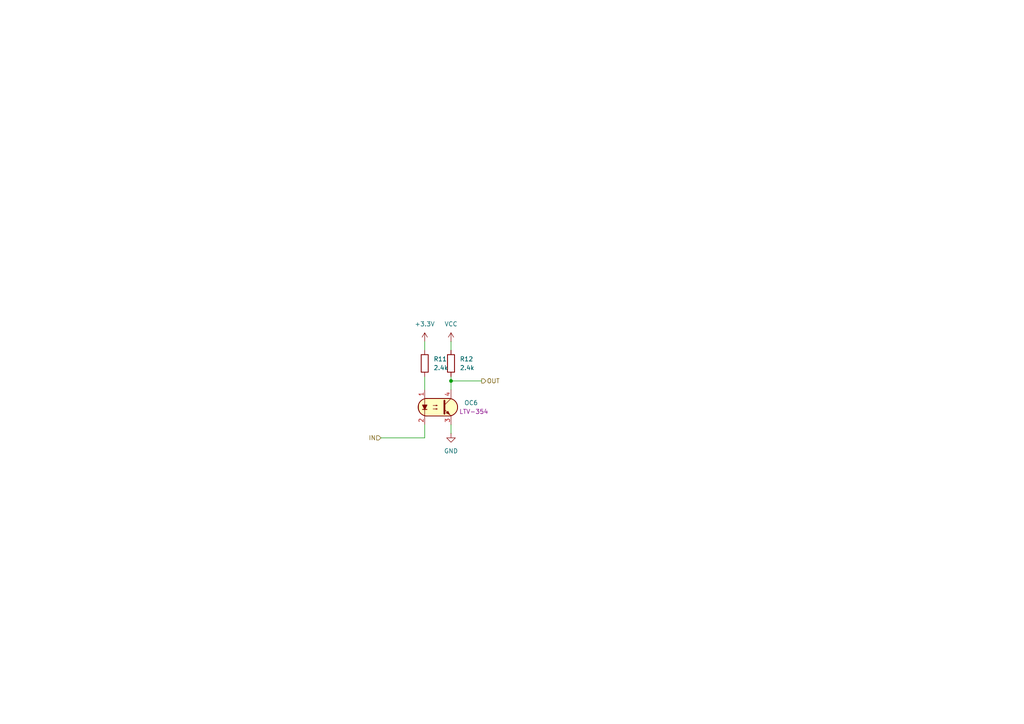
<source format=kicad_sch>
(kicad_sch (version 20250114) (generator "eeschema") (generator_version "9.0")
  (paper "A4")
  (lib_symbols
    (symbol "Optocoupler_AKL:FOD817S" (pin_names (offset 1.016))
      (property "Reference" "OC" (at 6.35 1.27 0))
      (property "Value" "FOD817S" (at 6.35 -1.27 0))
      (symbol "FOD817S_0_1"
        (polyline (pts (xy -4.445 -0.635) (xy -3.175 -0.635)) (stroke (width 0.254)))
        (polyline (pts (xy -3.81 -0.635) (xy -4.445 0.635) (xy -3.175 0.635) (xy -3.81 -0.635)) (stroke (width 0.254)) (fill (type outline)))
        (polyline (pts (xy -3.81 -2.54) (xy -3.81 -1.27) (xy -3.81 2.54)) (stroke (width 0.1524)))
        (polyline (pts (xy -3.175 2.54) (xy 3.175 2.54)) (stroke (width 0.254)))
        (arc (start -3.1975 -2.54) (mid -5.7151 0) (end -3.1975 2.54) (stroke (width 0.254)))
        (polyline (pts (xy -2.54 2.54) (xy 3.429 2.54) (xy 4.318 2.286) (xy 4.699 2.032) (xy 5.08 1.651) (xy 5.461 1.016) (xy 5.715 0.381) (xy 5.715 -0.381) (xy 5.461 -1.143) (xy 4.826 -1.905) (xy 4.191 -2.286) (xy 3.302 -2.54) (xy -3.81 -2.54) (xy -3.81 -2.54) (xy -4.572 -2.032) (xy -5.08 -1.778) (xy -5.588 -0.508) (xy -5.588 0.254) (xy -5.588 1.016) (xy -5.08 1.778) (xy -4.318 2.286) (xy -3.556 2.54) (xy -2.54 2.54)) (stroke (width 0.01)) (fill (type background)))
        (polyline (pts (xy -1.397 0.508) (xy -0.127 0.508) (xy -0.508 0.381) (xy -0.508 0.635) (xy -0.127 0.508)))
        (polyline (pts (xy -1.397 -0.508) (xy -0.127 -0.508) (xy -0.508 -0.635) (xy -0.508 -0.381) (xy -0.127 -0.508)))
        (polyline (pts (xy 1.905 1.905) (xy 1.905 -1.905) (xy 1.905 -1.905)) (stroke (width 0.508)))
        (polyline (pts (xy 1.905 0.635) (xy 3.81 2.54)))
        (polyline (pts (xy 2.413 -1.651) (xy 2.921 -1.143) (xy 3.429 -2.159) (xy 2.413 -1.651) (xy 2.413 -1.651)) (fill (type outline)))
        (arc (start 3.1975 2.54) (mid 5.7151 0) (end 3.1975 -2.54) (stroke (width 0.254)))
        (polyline (pts (xy 3.175 -2.54) (xy -3.175 -2.54)) (stroke (width 0.254)))
        (polyline (pts (xy 3.81 -2.54) (xy 1.905 -0.635)) (fill (type outline)))
      )
      (symbol "FOD817S_1_1"
        (pin passive line (at -3.81 5.08 270) (length 2.54) (name "~") (number "1"))
        (pin passive line (at -3.81 -5.08 90) (length 2.54) (name "~") (number "2"))
        (pin passive line (at 3.81 5.08 270) (length 2.54) (name "~") (number "4"))
        (pin passive line (at 3.81 -5.08 90) (length 2.54) (name "~") (number "3"))
      )
    )
    (symbol "Resistor_AKL:R_0603" (pin_numbers (hide yes)) (pin_names (offset 0))
      (property "Reference" "R" (at 2.54 1.27 0))
      (property "Value" "R_0603" (at 2.54 -1.27 0))
      (symbol "R_0603_0_1"
        (rectangle (start -1.016 2.54) (end 1.016 -2.54) (stroke (width 0.254)))
      )
      (symbol "R_0603_0_2"
        (polyline (pts (xy -2.54 -2.54) (xy -1.524 -1.524)))
        (polyline (pts (xy 1.524 1.524) (xy 2.54 2.54)))
        (polyline (pts (xy 1.524 1.524) (xy 0.889 2.159) (xy -2.159 -0.889) (xy -0.889 -2.159) (xy 2.159 0.889) (xy 1.524 1.524)) (stroke (width 0.254)))
      )
      (symbol "R_0603_1_1"
        (pin passive line (at 0 3.81 270) (length 1.27) (name "~") (number "1"))
        (pin passive line (at 0 -3.81 90) (length 1.27) (name "~") (number "2"))
      )
      (symbol "R_0603_1_2"
        (pin passive line (at -2.54 -2.54 0) (length 0) (name "") (number "2"))
        (pin passive line (at 2.54 2.54 180) (length 0) (name "") (number "1"))
      )
    )
    (symbol "power:+3.3V" (power) (pin_numbers (hide yes)) (pin_names (offset 0) (hide yes))
      (property "Value" "+3.3V" (at 0 3.556 0))
      (symbol "+3.3V_0_1"
        (polyline (pts (xy -0.762 1.27) (xy 0 2.54)))
        (polyline (pts (xy 0 2.54) (xy 0.762 1.27)))
        (polyline (pts (xy 0 0) (xy 0 2.54)))
      )
      (symbol "+3.3V_1_1"
        (pin power_in line (at 0 0 90) (length 0) (name "~") (number "1"))
      )
    )
    (symbol "power:GND" (power) (pin_numbers (hide yes)) (pin_names (offset 0) (hide yes))
      (property "Value" "GND" (at 0 -3.81 0))
      (symbol "GND_0_1"
        (polyline (pts (xy 0 0) (xy 0 -1.27) (xy 1.27 -1.27) (xy 0 -2.54) (xy -1.27 -1.27) (xy 0 -1.27)))
      )
      (symbol "GND_1_1"
        (pin power_in line (at 0 0 270) (length 0) (name "~") (number "1"))
      )
    )
    (symbol "power:VCC" (power) (pin_numbers (hide yes)) (pin_names (offset 0) (hide yes))
      (property "Value" "VCC" (at 0 3.556 0))
      (symbol "VCC_0_1"
        (polyline (pts (xy -0.762 1.27) (xy 0 2.54)))
        (polyline (pts (xy 0 2.54) (xy 0.762 1.27)))
        (polyline (pts (xy 0 0) (xy 0 2.54)))
      )
      (symbol "VCC_1_1"
        (pin power_in line (at 0 0 90) (length 0) (name "~") (number "1"))
      )
    )
  )
  (junction (at 130.81 110.49))
  (wire (pts (xy 110.49 127) (xy 123.19 127)))
  (wire (pts (xy 130.81 110.49) (xy 130.81 113.03)))
  (wire (pts (xy 123.19 99.06) (xy 123.19 101.6)))
  (wire (pts (xy 130.81 110.49) (xy 139.7 110.49)))
  (wire (pts (xy 130.81 123.19) (xy 130.81 125.73)))
  (wire (pts (xy 130.81 109.22) (xy 130.81 110.49)))
  (wire (pts (xy 123.19 109.22) (xy 123.19 113.03)))
  (wire (pts (xy 123.19 127) (xy 123.19 123.19)))
  (wire (pts (xy 130.81 99.06) (xy 130.81 101.6)))
  (hierarchical_label "OUT" (shape output) (at 139.7 110.49 0))
  (hierarchical_label "IN" (shape input) (at 110.49 127 180))
  (symbol (lib_id "Resistor_AKL:R_0603") (at 130.81 105.41 180) (unit 1)
    (property "Reference" "R10" (at 133.35 104.1399 0) (effects (justify right)))
    (property "Value" "2.4k" (at 133.35 106.6799 0) (effects (justify right)))
    (property "Footprint" "Resistor_SMD_AKL:R_0603_1608Metric" (effects (hide yes)))
    (property "Description" "SMD 0603 Chip Resistor, European Symbol, Alternate KiCad Library" (effects (hide yes)))
    (instances (project "Diseños de circuitos" (path "" (reference "R12") (unit 1)) (path "" (reference "R10") (unit 1))))
  )
  (symbol (lib_id "Optocoupler_AKL:FOD817S") (at 127 118.11 0) (unit 1)
    (property "Reference" "OC5" (at 134.62 116.8399 0) (effects (justify left)))
    (property "Value" "FOD817S" (effects (hide yes)))
    (property "Footprint" "Package_DIP_AKL:SMDIP-4_W9.53mm" (effects (hide yes)))
    (property "Datasheet" "https://www.tme.eu/Document/3a0358906a5fcb3aa253d025de809a1d/FOD814300W.PDF" (effects (hide yes)))
    (property "Description" "SMDIP-4 Optocoupler, Transistor output, 5kV, 8us, Alternate KiCAD Library" (effects (hide yes)))
    (property "Part Number" "LTV-354" (at 137.414 119.38 0))
    (instances (project "Diseños de circuitos" (path "" (reference "OC6") (unit 1)) (path "" (reference "OC5") (unit 1))))
  )
  (symbol (lib_id "power:+3.3V") (at 123.19 99.06 0) (unit 1)
    (property "Reference" "#PWR018" (effects (hide yes)))
    (property "Value" "+3.3V" (at 123.19 93.98 0))
    (property "Description" "Power symbol creates a global label with name \"+3.3V\"" (effects (hide yes)))
    (instances (project "Diseños de circuitos" (path "" (reference "#PWR021") (unit 1)) (path "" (reference "#PWR018") (unit 1))))
  )
  (symbol (lib_id "power:GND") (at 130.81 125.73 0) (unit 1)
    (property "Reference" "#PWR019" (effects (hide yes)))
    (property "Value" "GND" (at 130.81 130.81 0))
    (property "Description" "Power symbol creates a global label with name \"GND\" , ground" (effects (hide yes)))
    (instances (project "Diseños de circuitos" (path "" (reference "#PWR022") (unit 1)) (path "" (reference "#PWR019") (unit 1))))
  )
  (symbol (lib_id "power:VCC") (at 130.81 99.06 0) (unit 1)
    (property "Reference" "#PWR017" (effects (hide yes)))
    (property "Value" "VCC" (at 130.81 93.98 0))
    (property "Description" "Power symbol creates a global label with name \"VCC\"" (effects (hide yes)))
    (instances (project "Diseños de circuitos" (path "" (reference "#PWR020") (unit 1)) (path "" (reference "#PWR017") (unit 1))))
  )
  (symbol (lib_id "Resistor_AKL:R_0603") (at 123.19 105.41 180) (unit 1)
    (property "Reference" "R9" (at 125.73 104.1399 0) (effects (justify right)))
    (property "Value" "2.4k" (at 125.73 106.6799 0) (effects (justify right)))
    (property "Footprint" "Resistor_SMD_AKL:R_0603_1608Metric" (effects (hide yes)))
    (property "Description" "SMD 0603 Chip Resistor, European Symbol, Alternate KiCad Library" (effects (hide yes)))
    (instances (project "Diseños de circuitos" (path "" (reference "R11") (unit 1)) (path "" (reference "R9") (unit 1))))
  )
)
</source>
